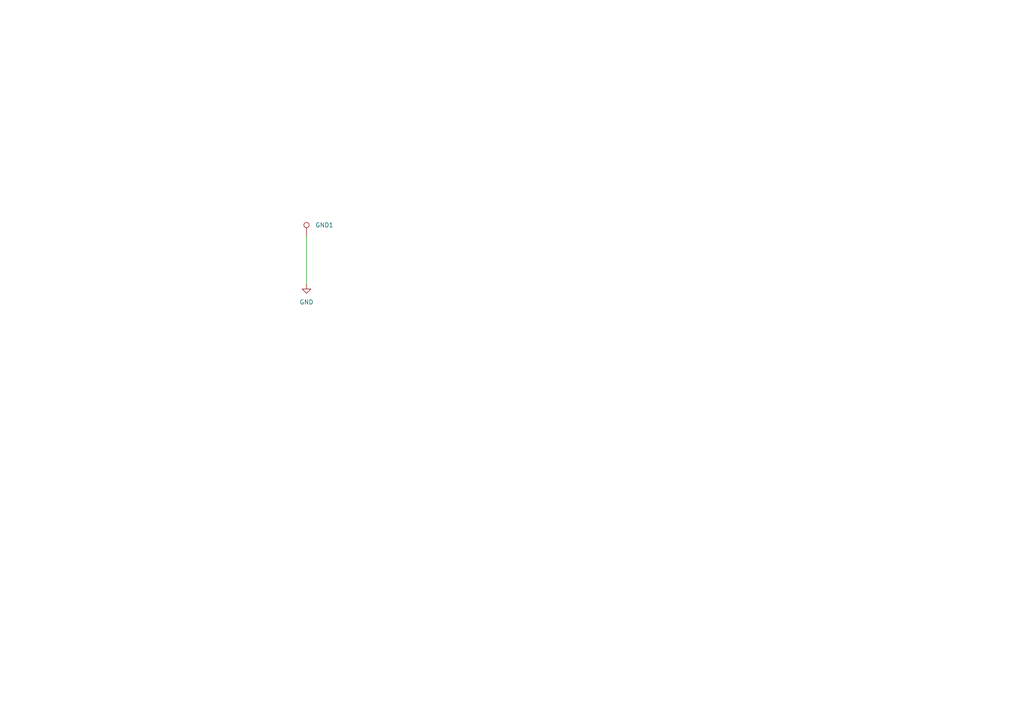
<source format=kicad_sch>
(kicad_sch (version 20231120) (generator "eeschema") (generator_version "8.0")
  (paper "A4")
  (lib_symbols
    (symbol "Connector:TestPoint" (pin_numbers hide) (pin_names (offset 0.762) hide)
      (property "Reference" "TP" (at 0 6.858 0))
      (property "Value" "TestPoint" (at 0 5.08 0))
      (symbol "TestPoint_0_1"
        (circle (center 0 3.302) (radius 0.762))
      )
      (symbol "TestPoint_1_1"
        (pin passive line (at 0 0 90) (length 2.54) (name "1") (number "1"))
      )
    )
    (symbol "power:GND" (power) (pin_numbers hide) (pin_names (offset 0) hide)
      (property "Value" "GND" (at 0 -3.81 0))
      (symbol "GND_0_1"
        (polyline (pts (xy 0 0) (xy 0 -1.27) (xy 1.27 -1.27) (xy 0 -2.54) (xy -1.27 -1.27) (xy 0 -1.27)))
      )
      (symbol "GND_1_1"
        (pin power_in line (at 0 0 270) (length 0) (name "~") (number "1"))
      )
    )
  )
  (wire (pts (xy 88.9 68.58) (xy 88.9 82.55)))
  (symbol (lib_id "power:GND") (at 88.9 82.55 0) (unit 1)
    (property "Reference" "#PWR01" (effects (hide yes)))
    (property "Value" "GND" (at 88.9 87.63 0))
    (property "Description" "Power symbol creates a global label with name \"GND\" , ground" (effects (hide yes)))
  )
  (symbol (lib_id "Connector:TestPoint") (at 88.9 68.58 0) (unit 1)
    (property "Reference" "GND1" (at 91.44 65.2779 0) (effects (justify left)))
    (property "Value" "TestPoint" (effects (hide yes)))
    (property "Footprint" "TestPoint:TestPoint_Pad_3.0x3.0mm" (effects (hide yes)))
    (property "Description" "test point" (effects (hide yes)))
  )
)
</source>
